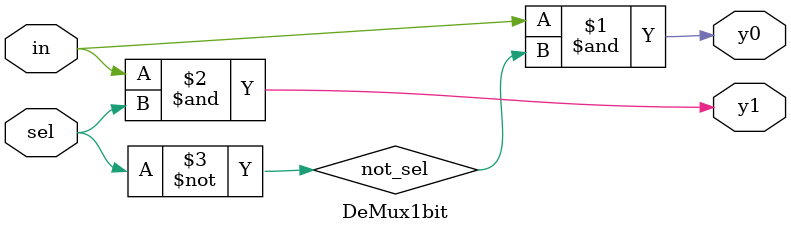
<source format=v>
module DeMux1bit(
		input in , sel ,
		output y0 , y1
	);

	wire not_sel;
	
	not NOT1(not_sel , sel);
	and AND1(y0 , in , not_sel);
	and AND2(y1 , in , sel);

endmodule

</source>
